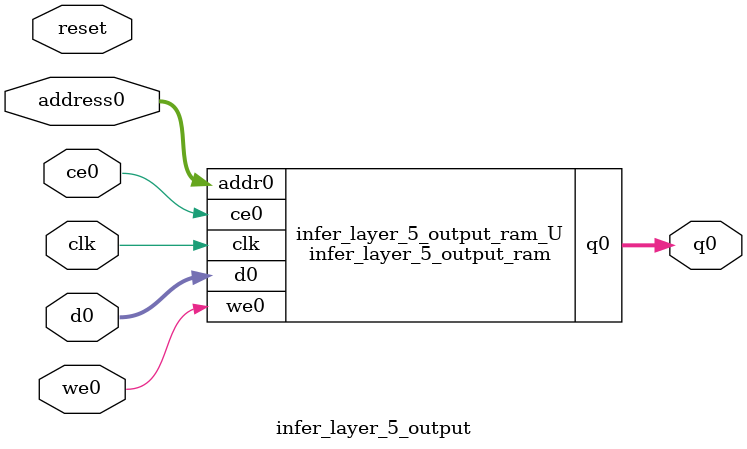
<source format=v>
`timescale 1 ns / 1 ps
module infer_layer_5_output_ram (addr0, ce0, d0, we0, q0,  clk);

parameter DWIDTH = 32;
parameter AWIDTH = 13;
parameter MEM_SIZE = 5408;

input[AWIDTH-1:0] addr0;
input ce0;
input[DWIDTH-1:0] d0;
input we0;
output reg[DWIDTH-1:0] q0;
input clk;

reg [DWIDTH-1:0] ram[0:MEM_SIZE-1];




always @(posedge clk)  
begin 
    if (ce0) begin
        if (we0) 
            ram[addr0] <= d0; 
        q0 <= ram[addr0];
    end
end


endmodule

`timescale 1 ns / 1 ps
module infer_layer_5_output(
    reset,
    clk,
    address0,
    ce0,
    we0,
    d0,
    q0);

parameter DataWidth = 32'd32;
parameter AddressRange = 32'd5408;
parameter AddressWidth = 32'd13;
input reset;
input clk;
input[AddressWidth - 1:0] address0;
input ce0;
input we0;
input[DataWidth - 1:0] d0;
output[DataWidth - 1:0] q0;



infer_layer_5_output_ram infer_layer_5_output_ram_U(
    .clk( clk ),
    .addr0( address0 ),
    .ce0( ce0 ),
    .we0( we0 ),
    .d0( d0 ),
    .q0( q0 ));

endmodule


</source>
